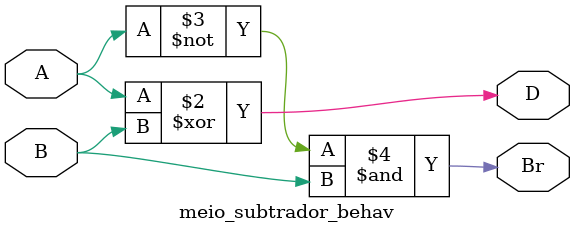
<source format=v>
module meio_subtrador_behav(
input A,
input B,
output reg D,
output reg Br
);

always @(*) begin
	D= A^B;
	Br = (~A) & B;
end


endmodule
</source>
